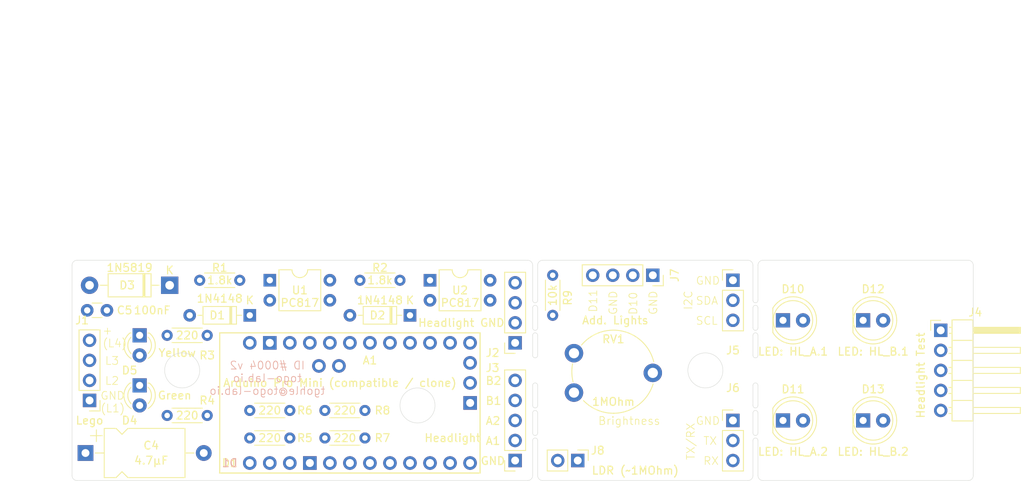
<source format=kicad_pcb>
(kicad_pcb
	(version 20240108)
	(generator "pcbnew")
	(generator_version "8.0")
	(general
		(thickness 1.6)
		(legacy_teardrops no)
	)
	(paper "A4")
	(title_block
		(title "DenshaBekutoru 電車ベクトル (Train Vector)")
		(date "2026-02-01")
		(rev "1")
		(company "ToGo-Lab")
		(comment 1 "- https://togo-lab.io/")
		(comment 2 "- Email: tgohle@togo-lab.io")
		(comment 3 "Thomas Gohle")
	)
	(layers
		(0 "F.Cu" signal)
		(31 "B.Cu" signal)
		(32 "B.Adhes" user "B.Adhesive")
		(33 "F.Adhes" user "F.Adhesive")
		(34 "B.Paste" user)
		(35 "F.Paste" user)
		(36 "B.SilkS" user "B.Silkscreen")
		(37 "F.SilkS" user "F.Silkscreen")
		(38 "B.Mask" user)
		(39 "F.Mask" user)
		(40 "Dwgs.User" user "User.Drawings")
		(41 "Cmts.User" user "User.Comments")
		(42 "Eco1.User" user "User.Eco1")
		(43 "Eco2.User" user "User.Eco2")
		(44 "Edge.Cuts" user)
		(45 "Margin" user)
		(46 "B.CrtYd" user "B.Courtyard")
		(47 "F.CrtYd" user "F.Courtyard")
		(48 "B.Fab" user)
		(49 "F.Fab" user)
		(50 "User.1" user "Help Lines")
	)
	(setup
		(stackup
			(layer "F.SilkS"
				(type "Top Silk Screen")
			)
			(layer "F.Paste"
				(type "Top Solder Paste")
			)
			(layer "F.Mask"
				(type "Top Solder Mask")
				(thickness 0.01)
			)
			(layer "F.Cu"
				(type "copper")
				(thickness 0.035)
			)
			(layer "dielectric 1"
				(type "core")
				(thickness 1.51)
				(material "FR4")
				(epsilon_r 4.5)
				(loss_tangent 0.02)
			)
			(layer "B.Cu"
				(type "copper")
				(thickness 0.035)
			)
			(layer "B.Mask"
				(type "Bottom Solder Mask")
				(thickness 0.01)
			)
			(layer "B.Paste"
				(type "Bottom Solder Paste")
			)
			(layer "B.SilkS"
				(type "Bottom Silk Screen")
			)
			(copper_finish "None")
			(dielectric_constraints no)
		)
		(pad_to_mask_clearance 0)
		(allow_soldermask_bridges_in_footprints no)
		(grid_origin 95.25 123.19)
		(pcbplotparams
			(layerselection 0x003ffff_ffffffff)
			(plot_on_all_layers_selection 0x0000000_00000000)
			(disableapertmacros no)
			(usegerberextensions no)
			(usegerberattributes yes)
			(usegerberadvancedattributes yes)
			(creategerberjobfile yes)
			(dashed_line_dash_ratio 12.000000)
			(dashed_line_gap_ratio 3.000000)
			(svgprecision 4)
			(plotframeref no)
			(viasonmask no)
			(mode 1)
			(useauxorigin no)
			(hpglpennumber 1)
			(hpglpenspeed 20)
			(hpglpendiameter 15.000000)
			(pdf_front_fp_property_popups yes)
			(pdf_back_fp_property_popups yes)
			(dxfpolygonmode yes)
			(dxfimperialunits yes)
			(dxfusepcbnewfont yes)
			(psnegative no)
			(psa4output no)
			(plotreference yes)
			(plotvalue yes)
			(plotfptext yes)
			(plotinvisibletext no)
			(sketchpadsonfab no)
			(subtractmaskfromsilk no)
			(outputformat 4)
			(mirror no)
			(drillshape 0)
			(scaleselection 1)
			(outputdirectory "/home/tgohle/Desktop/git/ToGo-Lab/0004-DenshaBekutoru/KiCad/0004-DenshaBekutoru_PCB_v0.2/")
		)
	)
	(net 0 "")
	(net 1 "Net-(A1-D3_INT1)")
	(net 2 "unconnected-(A1-PadA6)")
	(net 3 "Net-(A1-D11_MOSI)")
	(net 4 "unconnected-(A1-PadD4)")
	(net 5 "unconnected-(A1-PadA7)")
	(net 6 "unconnected-(A1-D13_SCK-PadD13)")
	(net 7 "unconnected-(A1-PadD5)")
	(net 8 "unconnected-(A1-RESET-PadRST1)")
	(net 9 "Net-(A1-D10_CS)")
	(net 10 "Net-(A1-PadD9)")
	(net 11 "unconnected-(A1-PadD7)")
	(net 12 "unconnected-(A1-PadA3)")
	(net 13 "Net-(D3-K)")
	(net 14 "unconnected-(A1-D2_INT0-PadD2)")
	(net 15 "Net-(J8-Pin_1)")
	(net 16 "GND")
	(net 17 "Net-(A1-Vcc)")
	(net 18 "unconnected-(A1-PadD6)")
	(net 19 "unconnected-(A1-D12_MISO-PadD12)")
	(net 20 "unconnected-(A1-RESET-PadRST2)")
	(net 21 "unconnected-(A1-PadD8)")
	(net 22 "Net-(D1-A)")
	(net 23 "Net-(D1-K)")
	(net 24 "Net-(D2-K)")
	(net 25 "Net-(D2-A)")
	(net 26 "Net-(D3-A)")
	(net 27 "Net-(D4-K)")
	(net 28 "Net-(D5-K)")
	(net 29 "Net-(D4-A)")
	(net 30 "Net-(D5-A)")
	(net 31 "Net-(D10-A)")
	(net 32 "Net-(D11-A)")
	(net 33 "Net-(D12-A)")
	(net 34 "Net-(D13-A)")
	(net 35 "Net-(A1-A4{slash}SDA)")
	(net 36 "Net-(A1-A5{slash}SCL)")
	(net 37 "Net-(A1-D0{slash}RX)")
	(net 38 "Net-(A1-D1{slash}TX)")
	(footprint "Capacitor_THT:CP_Axial_L10.0mm_D6.0mm_P15.00mm_Horizontal" (layer "F.Cu") (at 96.9575 119.6975))
	(footprint "LED_THT:LED_D5.0mm_Clear" (layer "F.Cu") (at 185.42 115.57))
	(footprint "Resistor_THT:R_Axial_DIN0204_L3.6mm_D1.6mm_P5.08mm_Horizontal" (layer "F.Cu") (at 132.3975 117.7925 180))
	(footprint "Connector_PinSocket_2.54mm:PinSocket_1x04_P2.54mm_Vertical" (layer "F.Cu") (at 168.91 97.155 -90))
	(footprint "Diode_THT:D_DO-35_SOD27_P7.62mm_Horizontal" (layer "F.Cu") (at 117.7925 102.235 180))
	(footprint "LED_THT:LED_D3.0mm" (layer "F.Cu") (at 103.8225 111.125 -90))
	(footprint "Connector_PinHeader_2.54mm:PinHeader_1x03_P2.54mm_Vertical" (layer "F.Cu") (at 179.07 115.57))
	(footprint "Capacitor_THT:C_Disc_D3.0mm_W1.6mm_P2.50mm" (layer "F.Cu") (at 97.175 101.6))
	(footprint "Connector_PinSocket_2.54mm:PinSocket_1x04_P2.54mm_Vertical" (layer "F.Cu") (at 151.4475 105.7275 180))
	(footprint "LED_THT:LED_D5.0mm_Clear" (layer "F.Cu") (at 185.42 102.87))
	(footprint "arduino-library:Arduino_Pro_Mini_Socket_NoSPH_V2" (layer "F.Cu") (at 130.4925 113.3475 90))
	(footprint "Diode_THT:D_DO-35_SOD27_P7.62mm_Horizontal" (layer "F.Cu") (at 138.1125 102.235 180))
	(footprint "Resistor_THT:R_Axial_DIN0204_L3.6mm_D1.6mm_P5.08mm_Horizontal" (layer "F.Cu") (at 107.315 114.935))
	(footprint "Connector_PinHeader_2.54mm:PinHeader_1x05_P2.54mm_Horizontal" (layer "F.Cu") (at 205.4225 104.14))
	(footprint "Resistor_THT:R_Axial_DIN0204_L3.6mm_D1.6mm_P5.08mm_Horizontal" (layer "F.Cu") (at 112.395 104.775 180))
	(footprint "Connector_PinSocket_2.54mm:PinSocket_1x05_P2.54mm_Vertical" (layer "F.Cu") (at 151.4475 120.65 180))
	(footprint "Package_DIP:DIP-4_W7.62mm" (layer "F.Cu") (at 120.3325 97.785))
	(footprint "Diode_THT:D_DO-41_SOD81_P10.16mm_Horizontal" (layer "F.Cu") (at 107.6325 98.425 180))
	(footprint "Connector_PinHeader_2.54mm:PinHeader_1x03_P2.54mm_Vertical" (layer "F.Cu") (at 179.07 97.79))
	(footprint "Resistor_THT:R_Axial_DIN0204_L3.6mm_D1.6mm_P5.08mm_Horizontal" (layer "F.Cu") (at 156.21 97.155 -90))
	(footprint "Package_DIP:DIP-4_W7.62mm" (layer "F.Cu") (at 140.6525 97.79))
	(footprint "Resistor_THT:R_Axial_DIN0204_L3.6mm_D1.6mm_P5.08mm_Horizontal" (layer "F.Cu") (at 111.4425 97.79))
	(footprint "Resistor_THT:R_Axial_DIN0204_L3.6mm_D1.6mm_P5.08mm_Horizontal" (layer "F.Cu") (at 122.8725 114.3 180))
	(footprint "LED_THT:LED_D5.0mm_Clear" (layer "F.Cu") (at 195.58 115.57))
	(footprint "Connector_PinHeader_2.54mm:PinHeader_1x02_P2.54mm_Vertical" (layer "F.Cu") (at 159.39 120.65 -90))
	(footprint "LED_THT:LED_D3.0mm" (layer "F.Cu") (at 103.8225 104.775 -90))
	(footprint "Resistor_THT:R_Axial_DIN0204_L3.6mm_D1.6mm_P5.08mm_Horizontal" (layer "F.Cu") (at 122.8725 117.7925 180))
	(footprint "LED_THT:LED_D5.0mm_Clear"
		(layer "F.Cu")
		(uuid "d9d3c5d5-70df-4a99-bdea-62d6c62c1ec0")
		(at 195.58 102.87)
		(descr "LED, diameter 5.0mm, 2 pins, clear, http://cdn-reichelt.de/documents/datenblatt/A500/LL-504BC2E-009.pdf, generated by kicad-footprint-generator")
		(tags "LED")
		(property "Reference" "D12"
			(at 1.27 -3.96 0)
			(layer "F.SilkS")
			(uuid "d660013a-ef98-4941-b9c3-53668ac3e908")
			(effects
				(font
					(size 1 1)
					(thickness 0.15)
				)
			)
		)
		(property "Value" "LED: HL_B.1"
			(at 1.27 3.96 0)
			(layer "F.SilkS")
			(uuid "b41cd8bb-1575-435b-b374-2a87a033c642")
			(effects
				(font
					(size 1 1)
					(thickness 0.15)
				)
			)
		)
		(property "Footprint" "LED_THT:LED_D5.0mm_Clear"
			(at 0 0 0)
			(layer "F.Fab")
			(hide yes)
			(uuid "989eb4f5-2041-45d1-8b66-1d619546efb2")
			(effects
				(font
					(size 1.27 1.27)
					(thickness 0.15)
				)
			)
		)
		(property "Datasheet" ""
			(at 0 0 0)
			(layer "F.Fab")
			(hide yes)
			(uuid "db16ba5f-dedf-464b-beaa-586a58da2c1c")
			(effects
				(font
					(size 1.27 1.27)
					(thickness 0.15)
				)
			)
		)
		(property "Description" "Light emitting diode"
			(at 0 0 0)
			(layer "F.Fab")
			(hide yes)
			(uuid "0ab733c7-a5c1-4df9-b75a-35c8fee0b903")
			(effects
				(font
					(size 1.27 1.27)
					(thickness 0.15)
				)
			)
		)
		(property ki_fp_filters "LED* LED_SMD:* LED_THT:*")
		(path "/862ea019-71c1-40a2-b76a-2953faaf1ae6")
		(sheetname "Root")
		(sheetfile "0004-DenshaBekutoru_v0.2.kicad_sch")
		(attr through_hole)
		(fp_line
			(start -1.29 -1.545)
			(end -1.29 1.545)
			(stroke
				(width 0.12)
				(type solid)
			)
			(layer "F.SilkS")
			(uuid "f745ecb2-2576-4967-a33b-70e0aa87e0ea")
		)
		(fp_arc
			(start -1.29 -1.54483)
			(mid 2.071756 -2.880501)
			(end 4.26 -0.000048)
			(stroke
				(width 0.12)
				(type solid)
			)
			(layer "F.SilkS")
			(uuid "dd66b83e-6711-4daa-97aa-17c966f5f6c6")
		)
		(fp_arc
			(start 4.26 0.000048)
			(mid 2.071756 2.880501)
			(end -1.29 1.54483)
			(stroke
				(width 0.12)
				(type solid)
			)
			(layer "F.SilkS")
			(uuid "43f98053-53b3-4634-8bdf-e33d2d725569")
		)
		(fp_circle
			(center 1.27 0)
			(end 3.77 0)
			(stroke
				(width 0.12)
				(type solid)
			)
			(fill none)
			(layer "F.SilkS")
			(uuid "1126d528-3041-439d-b846-955d52c43095")
		)
		(fp_line
			(start -1.94 -3.21)
... [378590 chars truncated]
</source>
